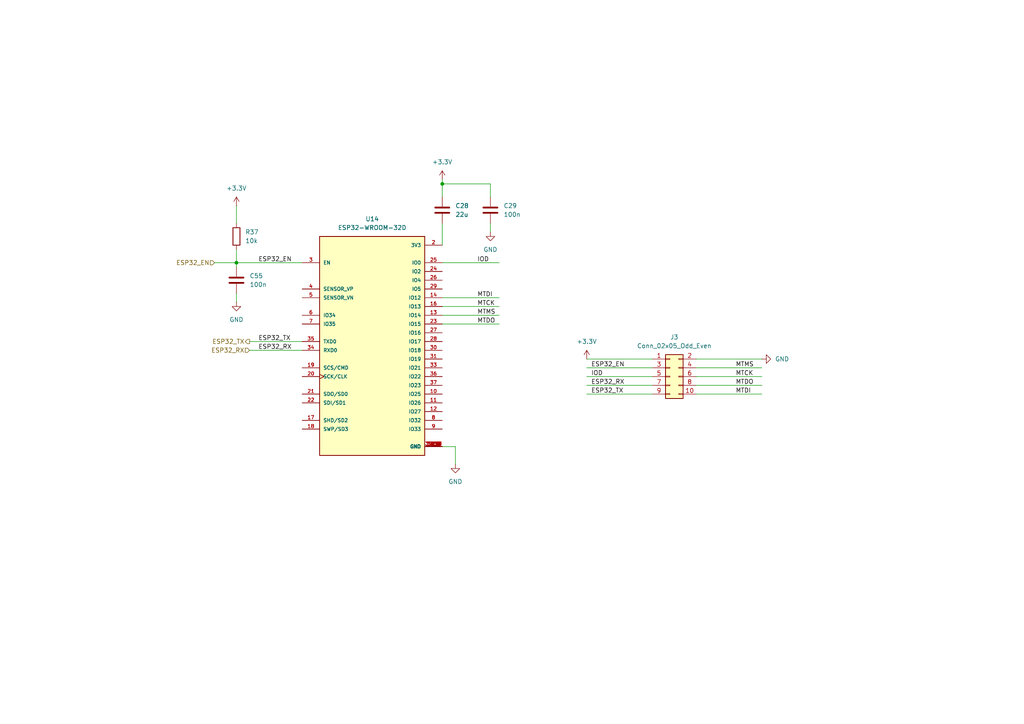
<source format=kicad_sch>
(kicad_sch (version 20231120) (generator "eeschema") (generator_version "8.0")
  (paper "A4")
  (title_block (title "Bluetooth") (date "2024-06-23") (rev "1.0"))
  (lib_symbols
    (symbol "Device:C" (pin_numbers hide) (pin_names (offset 0.254))
      (property "Reference" "C" (at 0.635 2.54 0))
      (property "Value" "C" (at 0.635 -2.54 0))
      (symbol "C_0_1"
        (polyline (pts (xy -2.032 -0.762) (xy 2.032 -0.762)) (stroke (width 0.508)))
        (polyline (pts (xy -2.032 0.762) (xy 2.032 0.762)) (stroke (width 0.508)))
      )
      (symbol "C_1_1"
        (pin passive line (at 0 3.81 270) (length 2.794) (name "~") (number "1"))
        (pin passive line (at 0 -3.81 90) (length 2.794) (name "~") (number "2"))
      )
    )
    (symbol "Device:R" (pin_numbers hide) (pin_names (offset 0))
      (property "Reference" "R" (at 2.032 0 90))
      (property "Value" "R" (at 0 0 90))
      (symbol "R_0_1"
        (rectangle (start -1.016 -2.54) (end 1.016 2.54) (stroke (width 0.254)))
      )
      (symbol "R_1_1"
        (pin passive line (at 0 3.81 270) (length 1.27) (name "~") (number "1"))
        (pin passive line (at 0 -3.81 90) (length 1.27) (name "~") (number "2"))
      )
    )
    (symbol "UniversalRemoteControllerLibary:Conn_02x05_Odd_Even" (pin_names (offset 1.016) hide)
      (property "Reference" "J" (at 1.27 7.62 0))
      (property "Value" "Conn_02x05_Odd_Even" (at 1.27 -7.62 0))
      (symbol "Conn_02x05_Odd_Even_1_1"
        (rectangle (start -1.27 -4.953) (end 0 -5.207) (stroke (width 0.1524)))
        (rectangle (start -1.27 -2.413) (end 0 -2.667) (stroke (width 0.1524)))
        (rectangle (start -1.27 0.127) (end 0 -0.127) (stroke (width 0.1524)))
        (rectangle (start -1.27 2.667) (end 0 2.413) (stroke (width 0.1524)))
        (rectangle (start -1.27 5.207) (end 0 4.953) (stroke (width 0.1524)))
        (rectangle (start -1.27 6.35) (end 3.81 -6.35) (stroke (width 0.254)) (fill (type background)))
        (rectangle (start 3.81 -4.953) (end 2.54 -5.207) (stroke (width 0.1524)))
        (rectangle (start 3.81 -2.413) (end 2.54 -2.667) (stroke (width 0.1524)))
        (rectangle (start 3.81 0.127) (end 2.54 -0.127) (stroke (width 0.1524)))
        (rectangle (start 3.81 2.667) (end 2.54 2.413) (stroke (width 0.1524)))
        (rectangle (start 3.81 5.207) (end 2.54 4.953) (stroke (width 0.1524)))
        (pin passive line (at -5.08 5.08 0) (length 3.81) (name "Pin_1") (number "1"))
        (pin passive line (at 7.62 -5.08 180) (length 3.81) (name "Pin_10") (number "10"))
        (pin passive line (at 7.62 5.08 180) (length 3.81) (name "Pin_2") (number "2"))
        (pin passive line (at -5.08 2.54 0) (length 3.81) (name "Pin_3") (number "3"))
        (pin passive line (at 7.62 2.54 180) (length 3.81) (name "Pin_4") (number "4"))
        (pin passive line (at -5.08 0 0) (length 3.81) (name "Pin_5") (number "5"))
        (pin passive line (at 7.62 0 180) (length 3.81) (name "Pin_6") (number "6"))
        (pin passive line (at -5.08 -2.54 0) (length 3.81) (name "Pin_7") (number "7"))
        (pin passive line (at 7.62 -2.54 180) (length 3.81) (name "Pin_8") (number "8"))
        (pin passive line (at -5.08 -5.08 0) (length 3.81) (name "Pin_9") (number "9"))
      )
    )
    (symbol "UniversalRemoteControllerLibary:ESP32-WROOM-32D" (pin_names (offset 1.016))
      (property "Reference" "U" (at -15.0359 31.5945 0))
      (property "Value" "ESP32-WROOM-32D" (at -15.2867 -35.6681 0))
      (symbol "ESP32-WROOM-32D_0_0"
        (rectangle (start -15.24 -33.02) (end 15.24 30.48) (stroke (width 0.254)) (fill (type background)))
        (pin power_in line (at 20.32 -30.48 180) (length 5.08) (name "GND") (number "1"))
        (pin bidirectional line (at 20.32 -15.24 180) (length 5.08) (name "IO25") (number "10"))
        (pin bidirectional line (at 20.32 -17.78 180) (length 5.08) (name "IO26") (number "11"))
        (pin bidirectional line (at 20.32 -20.32 180) (length 5.08) (name "IO27") (number "12"))
        (pin bidirectional line (at 20.32 7.62 180) (length 5.08) (name "IO14") (number "13"))
        (pin bidirectional line (at 20.32 12.7 180) (length 5.08) (name "IO12") (number "14"))
        (pin power_in line (at 20.32 -30.48 180) (length 5.08) (name "GND") (number "15"))
        (pin bidirectional line (at 20.32 10.16 180) (length 5.08) (name "IO13") (number "16"))
        (pin bidirectional line (at -20.32 -22.86 0) (length 5.08) (name "SHD/SD2") (number "17"))
        (pin bidirectional line (at -20.32 -25.4 0) (length 5.08) (name "SWP/SD3") (number "18"))
        (pin bidirectional line (at -20.32 -7.62 0) (length 5.08) (name "SCS/CMD") (number "19"))
        (pin power_in line (at 20.32 27.94 180) (length 5.08) (name "3V3") (number "2"))
        (pin bidirectional clock (at -20.32 -10.16 0) (length 5.08) (name "SCK/CLK") (number "20"))
        (pin bidirectional line (at -20.32 -15.24 0) (length 5.08) (name "SDO/SD0") (number "21"))
        (pin bidirectional line (at -20.32 -17.78 0) (length 5.08) (name "SDI/SD1") (number "22"))
        (pin bidirectional line (at 20.32 5.08 180) (length 5.08) (name "IO15") (number "23"))
        (pin bidirectional line (at 20.32 20.32 180) (length 5.08) (name "IO2") (number "24"))
        (pin bidirectional line (at 20.32 22.86 180) (length 5.08) (name "IO0") (number "25"))
        (pin bidirectional line (at 20.32 17.78 180) (length 5.08) (name "IO4") (number "26"))
        (pin bidirectional line (at 20.32 2.54 180) (length 5.08) (name "IO16") (number "27"))
        (pin bidirectional line (at 20.32 0 180) (length 5.08) (name "IO17") (number "28"))
        (pin bidirectional line (at 20.32 15.24 180) (length 5.08) (name "IO5") (number "29"))
        (pin input line (at -20.32 22.86 0) (length 5.08) (name "EN") (number "3"))
        (pin bidirectional line (at 20.32 -2.54 180) (length 5.08) (name "IO18") (number "30"))
        (pin bidirectional line (at 20.32 -5.08 180) (length 5.08) (name "IO19") (number "31"))
        (pin bidirectional line (at 20.32 -7.62 180) (length 5.08) (name "IO21") (number "33"))
        (pin bidirectional line (at -20.32 -2.54 0) (length 5.08) (name "RXD0") (number "34"))
        (pin bidirectional line (at -20.32 0 0) (length 5.08) (name "TXD0") (number "35"))
        (pin bidirectional line (at 20.32 -10.16 180) (length 5.08) (name "IO22") (number "36"))
        (pin bidirectional line (at 20.32 -12.7 180) (length 5.08) (name "IO23") (number "37"))
        (pin power_in line (at 20.32 -30.48 180) (length 5.08) (name "GND") (number "38"))
        (pin power_in line (at 20.32 -30.48 180) (length 5.08) (name "GND") (number "39_1"))
        (pin power_in line (at 20.32 -30.48 180) (length 5.08) (name "GND") (number "39_10"))
        (pin power_in line (at 20.32 -30.48 180) (length 5.08) (name "GND") (number "39_11"))
        (pin power_in line (at 20.32 -30.48 180) (length 5.08) (name "GND") (number "39_12"))
        (pin power_in line (at 20.32 -30.48 180) (length 5.08) (name "GND") (number "39_13"))
        (pin power_in line (at 20.32 -30.48 180) (length 5.08) (name "GND") (number "39_14"))
        (pin power_in line (at 20.32 -30.48 180) (length 5.08) (name "GND") (number "39_15"))
        (pin power_in line (at 20.32 -30.48 180) (length 5.08) (name "GND") (number "39_16"))
        (pin power_in line (at 20.32 -30.48 180) (length 5.08) (name "GND") (number "39_17"))
        (pin power_in line (at 20.32 -30.48 180) (length 5.08) (name "GND") (number "39_18"))
        (pin power_in line (at 20.32 -30.48 180) (length 5.08) (name "GND") (number "39_19"))
        (pin power_in line (at 20.32 -30.48 180) (length 5.08) (name "GND") (number "39_2"))
        (pin power_in line (at 20.32 -30.48 180) (length 5.08) (name "GND") (number "39_20"))
        (pin power_in line (at 20.32 -30.48 180) (length 5.08) (name "GND") (number "39_21"))
        (pin power_in line (at 20.32 -30.48 180) (length 5.08) (name "GND") (number "39_3"))
        (pin power_in line (at 20.32 -30.48 180) (length 5.08) (name "GND") (number "39_4"))
        (pin power_in line (at 20.32 -30.48 180) (length 5.08) (name "GND") (number "39_5"))
        (pin power_in line (at 20.32 -30.48 180) (length 5.08) (name "GND") (number "39_6"))
        (pin power_in line (at 20.32 -30.48 180) (length 5.08) (name "GND") (number "39_7"))
        (pin power_in line (at 20.32 -30.48 180) (length 5.08) (name "GND") (number "39_8"))
        (pin power_in line (at 20.32 -30.48 180) (length 5.08) (name "GND") (number "39_9"))
        (pin input line (at -20.32 15.24 0) (length 5.08) (name "SENSOR_VP") (number "4"))
        (pin input line (at -20.32 12.7 0) (length 5.08) (name "SENSOR_VN") (number "5"))
        (pin input line (at -20.32 7.62 0) (length 5.08) (name "IO34") (number "6"))
        (pin input line (at -20.32 5.08 0) (length 5.08) (name "IO35") (number "7"))
        (pin bidirectional line (at 20.32 -22.86 180) (length 5.08) (name "IO32") (number "8"))
        (pin bidirectional line (at 20.32 -25.4 180) (length 5.08) (name "IO33") (number "9"))
      )
    )
    (symbol "power:+3.3V" (power) (pin_numbers hide) (pin_names (offset 0) hide)
      (property "Value" "+3.3V" (at 0 3.556 0))
      (symbol "+3.3V_0_1"
        (polyline (pts (xy -0.762 1.27) (xy 0 2.54)))
        (polyline (pts (xy 0 0) (xy 0 2.54)))
        (polyline (pts (xy 0 2.54) (xy 0.762 1.27)))
      )
      (symbol "+3.3V_1_1"
        (pin power_in line (at 0 0 90) (length 0) (name "~") (number "1"))
      )
    )
    (symbol "power:GND" (power) (pin_numbers hide) (pin_names (offset 0) hide)
      (property "Value" "GND" (at 0 -3.81 0))
      (symbol "GND_0_1"
        (polyline (pts (xy 0 0) (xy 0 -1.27) (xy 1.27 -1.27) (xy 0 -2.54) (xy -1.27 -1.27) (xy 0 -1.27)))
      )
      (symbol "GND_1_1"
        (pin power_in line (at 0 0 270) (length 0) (name "~") (number "1"))
      )
    )
  )
  (junction (at 68.58 76.2))
  (junction (at 128.27 53.34))
  (wire (pts (xy 170.18 114.3) (xy 189.23 114.3)))
  (wire (pts (xy 201.93 104.14) (xy 220.98 104.14)))
  (wire (pts (xy 62.23 76.2) (xy 68.58 76.2)))
  (wire (pts (xy 128.27 53.34) (xy 128.27 57.15)))
  (wire (pts (xy 128.27 88.9) (xy 144.78 88.9)))
  (wire (pts (xy 68.58 76.2) (xy 68.58 77.47)))
  (wire (pts (xy 142.24 53.34) (xy 128.27 53.34)))
  (wire (pts (xy 128.27 93.98) (xy 144.78 93.98)))
  (wire (pts (xy 201.93 106.68) (xy 220.98 106.68)))
  (wire (pts (xy 132.08 129.54) (xy 132.08 134.62)))
  (wire (pts (xy 68.58 85.09) (xy 68.58 87.63)))
  (wire (pts (xy 68.58 72.39) (xy 68.58 76.2)))
  (wire (pts (xy 68.58 76.2) (xy 87.63 76.2)))
  (wire (pts (xy 201.93 114.3) (xy 220.98 114.3)))
  (wire (pts (xy 128.27 76.2) (xy 144.78 76.2)))
  (wire (pts (xy 87.63 101.6) (xy 72.39 101.6)))
  (wire (pts (xy 68.58 59.69) (xy 68.58 64.77)))
  (wire (pts (xy 201.93 109.22) (xy 220.98 109.22)))
  (wire (pts (xy 170.18 109.22) (xy 189.23 109.22)))
  (wire (pts (xy 142.24 57.15) (xy 142.24 53.34)))
  (wire (pts (xy 142.24 64.77) (xy 142.24 67.31)))
  (wire (pts (xy 201.93 111.76) (xy 220.98 111.76)))
  (wire (pts (xy 128.27 64.77) (xy 128.27 71.12)))
  (wire (pts (xy 170.18 111.76) (xy 189.23 111.76)))
  (wire (pts (xy 128.27 129.54) (xy 132.08 129.54)))
  (wire (pts (xy 128.27 52.07) (xy 128.27 53.34)))
  (wire (pts (xy 128.27 91.44) (xy 144.78 91.44)))
  (wire (pts (xy 128.27 86.36) (xy 144.78 86.36)))
  (wire (pts (xy 87.63 99.06) (xy 72.39 99.06)))
  (wire (pts (xy 170.18 106.68) (xy 189.23 106.68)))
  (wire (pts (xy 170.18 104.14) (xy 189.23 104.14)))
  (label "ESP32_EN" (at 74.93 76.2 0))
  (label "ESP32_EN" (at 171.45 106.68 0))
  (label "ESP32_RX" (at 74.93 101.6 0))
  (label "IOD" (at 138.43 76.2 0))
  (label "MTMS" (at 213.36 106.68 0))
  (label "MTDI" (at 213.36 114.3 0))
  (label "IOD" (at 171.45 109.22 0))
  (label "MTMS" (at 138.43 91.44 0))
  (label "ESP32_RX" (at 171.45 111.76 0))
  (label "ESP32_TX" (at 74.93 99.06 0))
  (label "MTDO" (at 213.36 111.76 0))
  (label "MTCK" (at 213.36 109.22 0))
  (label "ESP32_TX" (at 171.45 114.3 0))
  (label "MTCK" (at 138.43 88.9 0))
  (label "MTDI" (at 138.43 86.36 0))
  (label "MTDO" (at 138.43 93.98 0))
  (hierarchical_label "ESP32_RX" (shape input) (at 72.39 101.6 180))
  (hierarchical_label "ESP32_TX" (shape output) (at 72.39 99.06 180))
  (hierarchical_label "ESP32_EN" (shape input) (at 62.23 76.2 180))
  (symbol (lib_id "power:GND") (at 132.08 134.62 0) (unit 1)
    (property "Reference" "#PWR0100" (effects (hide yes)))
    (property "Value" "GND" (at 132.08 139.7 0))
    (property "Description" "Power symbol creates a global label with name \"GND\" , ground" (effects (hide yes)))
  )
  (symbol (lib_id "power:GND") (at 142.24 67.31 0) (unit 1)
    (property "Reference" "#PWR0102" (effects (hide yes)))
    (property "Value" "GND" (at 142.24 72.39 0))
    (property "Description" "Power symbol creates a global label with name \"GND\" , ground" (effects (hide yes)))
  )
  (symbol (lib_id "power:+3.3V") (at 68.58 59.69 0) (unit 1)
    (property "Reference" "#PWR0104" (effects (hide yes)))
    (property "Value" "+3.3V" (at 68.58 54.61 0))
    (property "Description" "Power symbol creates a global label with name \"+3.3V\"" (effects (hide yes)))
  )
  (symbol (lib_id "power:GND") (at 220.98 104.14 90) (unit 1)
    (property "Reference" "#PWR0101" (effects (hide yes)))
    (property "Value" "GND" (at 224.79 104.1399 90) (effects (justify right)))
    (property "Description" "Power symbol creates a global label with name \"GND\" , ground" (effects (hide yes)))
  )
  (symbol (lib_id "UniversalRemoteControllerLibary:ESP32-WROOM-32D") (at 107.95 99.06 0) (unit 1)
    (property "Reference" "U14" (at 107.95 63.5 0))
    (property "Value" "ESP32-WROOM-32D" (at 107.95 66.04 0))
    (property "Footprint" "UniversalRemoteControllerLibrary:MODULE_ESP32-WROOM-32D" (effects (hide yes)))
    (property "MF" "Espressif Systems" (effects (hide yes)))
    (property "MAXIMUM_PACKAGE_HEIGHT" "3.2 mm" (effects (hide yes)))
    (property "Package" "Non Standard Espressif Systems" (effects (hide yes)))
    (property "Price" "None" (effects (hide yes)))
    (property "Check_prices" "https://www.snapeda.com/parts/ESP32-WROOM-32D/Espressif+Systems/view-part/?ref=eda" (effects (hide yes)))
    (property "STANDARD" "Manufacturer Recommendations" (effects (hide yes)))
    (property "PARTREV" "1.9" (effects (hide yes)))
    (property "SnapEDA_Link" "https://www.snapeda.com/parts/ESP32-WROOM-32D/Espressif+Systems/view-part/?ref=snap" (effects (hide yes)))
    (property "MP" "ESP32-WROOM-32D" (effects (hide yes)))
    (property "Description_1" "\nBluetooth, WiFi 802.11b/g/n, Bluetooth v4.2 +EDR, Class 1, 2 and 3 Transceiver Module 2.4GHz ~ 2.5GHz Integrated\n" (effects (hide yes)))
    (property "Availability" "In Stock" (effects (hide yes)))
    (property "MANUFACTURER" "Espressif Systems" (effects (hide yes)))
  )
  (symbol (lib_id "Device:R") (at 68.58 68.58 0) (unit 1)
    (property "Reference" "R37" (at 71.12 67.3099 0) (effects (justify left)))
    (property "Value" "10k" (at 71.12 69.8499 0) (effects (justify left)))
    (property "Footprint" "Capacitor_SMD:C_0805_2012Metric" (effects (hide yes)))
    (property "Description" "Resistor" (effects (hide yes)))
  )
  (symbol (lib_id "power:+3.3V") (at 128.27 52.07 0) (unit 1)
    (property "Reference" "#PWR0103" (effects (hide yes)))
    (property "Value" "+3.3V" (at 128.27 46.99 0))
    (property "Description" "Power symbol creates a global label with name \"+3.3V\"" (effects (hide yes)))
  )
  (symbol (lib_id "Device:C") (at 68.58 81.28 0) (unit 1)
    (property "Reference" "C55" (at 72.39 80.0099 0) (effects (justify left)))
    (property "Value" "100n" (at 72.39 82.5499 0) (effects (justify left)))
    (property "Footprint" "Capacitor_SMD:C_0402_1005Metric" (effects (hide yes)))
    (property "Description" "Unpolarized capacitor" (effects (hide yes)))
  )
  (symbol (lib_id "Device:C") (at 128.27 60.96 0) (unit 1)
    (property "Reference" "C28" (at 132.08 59.6899 0) (effects (justify left)))
    (property "Value" "22u" (at 132.08 62.2299 0) (effects (justify left)))
    (property "Footprint" "Capacitor_SMD:C_0805_2012Metric" (effects (hide yes)))
    (property "Description" "Unpolarized capacitor" (effects (hide yes)))
  )
  (symbol (lib_id "power:GND") (at 68.58 87.63 0) (unit 1)
    (property "Reference" "#PWR0105" (effects (hide yes)))
    (property "Value" "GND" (at 68.58 92.71 0))
    (property "Description" "Power symbol creates a global label with name \"GND\" , ground" (effects (hide yes)))
  )
  (symbol (lib_id "Device:C") (at 142.24 60.96 0) (unit 1)
    (property "Reference" "C29" (at 146.05 59.6899 0) (effects (justify left)))
    (property "Value" "100n" (at 146.05 62.2299 0) (effects (justify left)))
    (property "Footprint" "Capacitor_SMD:C_0402_1005Metric" (effects (hide yes)))
    (property "Description" "Unpolarized capacitor" (effects (hide yes)))
  )
  (symbol (lib_id "power:+3.3V") (at 170.18 104.14 0) (unit 1)
    (property "Reference" "#PWR098" (effects (hide yes)))
    (property "Value" "+3.3V" (at 170.18 99.06 0))
    (property "Description" "Power symbol creates a global label with name \"+3.3V\"" (effects (hide yes)))
  )
  (symbol (lib_id "UniversalRemoteControllerLibary:Conn_02x05_Odd_Even") (at 194.31 109.22 0) (unit 1)
    (property "Reference" "J3" (at 195.58 97.79 0))
    (property "Value" "Conn_02x05_Odd_Even" (at 195.58 100.33 0))
    (property "Footprint" "UniversalRemoteControllerLibrary:PinHeader_2x05_P1.27mm_Vertical_SMD" (effects (hide yes)))
    (property "Datasheet" "https://www.ret.hu/media/product/16376/641559/SS2-060-H380.pdf" (effects (hide yes)))
    (property "Description" "Generic connector, double row, 02x05, odd/even pin numbering scheme (row 1 odd numbers, row 2 even numbers), script generated (kicad-library-utils/schlib/autogen/connector/)" (effects (hide yes)))
    (property "OrderCode" "53-04-57" (effects (hide yes)))
    (property "Distributor" "RET" (effects (hide yes)))
  )
)
</source>
